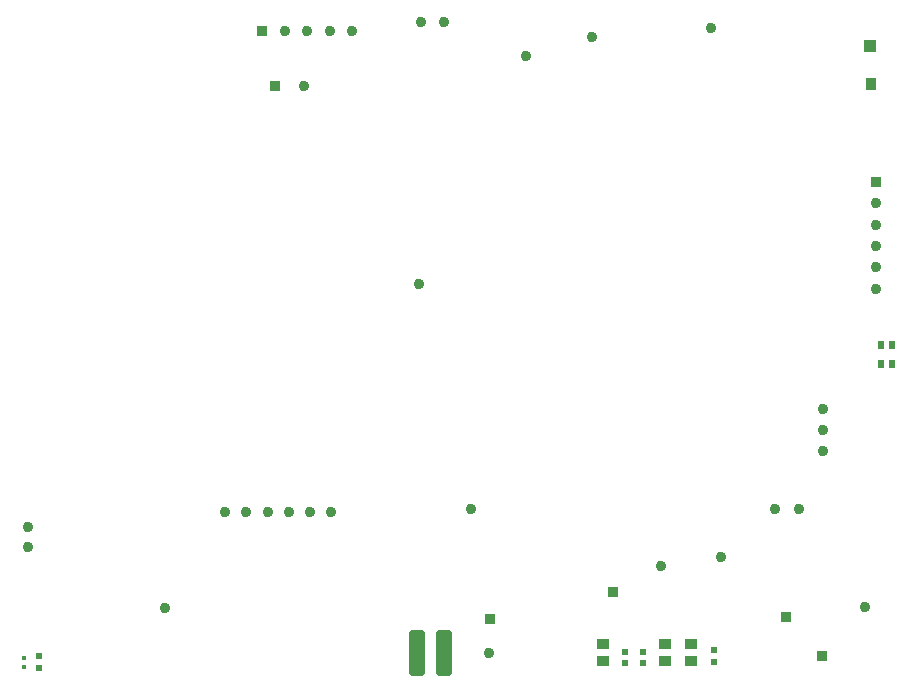
<source format=gbp>
G04*
G04 #@! TF.GenerationSoftware,Altium Limited,Altium Designer,21.1.1 (26)*
G04*
G04 Layer_Color=128*
%FSLAX44Y44*%
%MOMM*%
G71*
G04*
G04 #@! TF.SameCoordinates,E069ABF9-E8C7-48A9-8C9A-FF8294D84A43*
G04*
G04*
G04 #@! TF.FilePolarity,Positive*
G04*
G01*
G75*
%ADD19R,1.0000X0.9000*%
%ADD27R,0.3500X0.4000*%
G04:AMPARAMS|DCode=67|XSize=1.424mm|YSize=3.9mm|CornerRadius=0.331mm|HoleSize=0mm|Usage=FLASHONLY|Rotation=0.000|XOffset=0mm|YOffset=0mm|HoleType=Round|Shape=RoundedRectangle|*
%AMROUNDEDRECTD67*
21,1,1.4240,3.2380,0,0,0.0*
21,1,0.7620,3.9000,0,0,0.0*
1,1,0.6620,0.3810,-1.6190*
1,1,0.6620,-0.3810,-1.6190*
1,1,0.6620,-0.3810,1.6190*
1,1,0.6620,0.3810,1.6190*
%
%ADD67ROUNDEDRECTD67*%
%ADD160R,0.5000X0.5000*%
%ADD161R,0.5500X0.8000*%
%ADD162R,0.9500X1.1000*%
%ADD163R,1.1000X1.1000*%
%ADD166C,0.9160*%
G04:AMPARAMS|DCode=167|XSize=0.916mm|YSize=0.916mm|CornerRadius=0.204mm|HoleSize=0mm|Usage=FLASHONLY|Rotation=90.000|XOffset=0mm|YOffset=0mm|HoleType=Round|Shape=RoundedRectangle|*
%AMROUNDEDRECTD167*
21,1,0.9160,0.5080,0,0,90.0*
21,1,0.5080,0.9160,0,0,90.0*
1,1,0.4080,0.2540,0.2540*
1,1,0.4080,0.2540,-0.2540*
1,1,0.4080,-0.2540,-0.2540*
1,1,0.4080,-0.2540,0.2540*
%
%ADD167ROUNDEDRECTD167*%
D19*
X859790Y107950D02*
D03*
Y121951D02*
D03*
X785040Y107950D02*
D03*
Y121951D02*
D03*
X837749Y107950D02*
D03*
Y121951D02*
D03*
D27*
X294640Y110350D02*
D03*
Y102850D02*
D03*
D67*
X627380Y114300D02*
D03*
X650240D02*
D03*
D160*
X307340Y101680D02*
D03*
Y111680D02*
D03*
X878840Y116760D02*
D03*
Y106760D02*
D03*
X803910Y105490D02*
D03*
Y115490D02*
D03*
X819150Y105490D02*
D03*
Y115490D02*
D03*
D161*
X1029390Y359030D02*
D03*
X1020390D02*
D03*
Y375030D02*
D03*
X1029390D02*
D03*
D162*
X1011830Y595650D02*
D03*
D163*
X1011080Y628650D02*
D03*
D166*
X1016450Y422910D02*
D03*
X673100Y236220D02*
D03*
X885190Y195580D02*
D03*
X951230Y236220D02*
D03*
X930800Y236232D02*
D03*
X834390Y187960D02*
D03*
X1007110Y153670D02*
D03*
X688340Y114300D02*
D03*
X532130Y594360D02*
D03*
X720090Y619760D02*
D03*
X971550Y321310D02*
D03*
X876213Y643193D02*
D03*
X971550Y303530D02*
D03*
X629385Y426757D02*
D03*
X971550Y285750D02*
D03*
X775970Y636270D02*
D03*
X518922Y233895D02*
D03*
X500888D02*
D03*
X414020Y152400D02*
D03*
X536956Y233895D02*
D03*
X554990D02*
D03*
X464820D02*
D03*
X482854D02*
D03*
X297976Y221095D02*
D03*
X515666Y641350D02*
D03*
X534701D02*
D03*
X297976Y204006D02*
D03*
X553735Y641350D02*
D03*
X572770D02*
D03*
X631190Y648970D02*
D03*
X650240D02*
D03*
X1016450Y495046D02*
D03*
Y477012D02*
D03*
Y458978D02*
D03*
Y440944D02*
D03*
D167*
Y513080D02*
D03*
X507044Y594360D02*
D03*
X939800Y144780D02*
D03*
X689610Y143510D02*
D03*
X793751Y166370D02*
D03*
X970280Y111760D02*
D03*
X496631Y641350D02*
D03*
M02*

</source>
